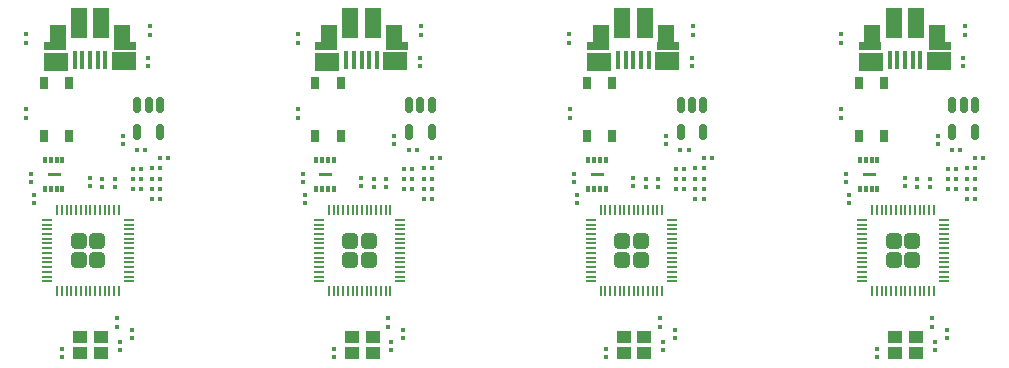
<source format=gbr>
%TF.GenerationSoftware,KiCad,Pcbnew,7.0.6*%
%TF.CreationDate,2023-08-11T19:51:33+07:00*%
%TF.ProjectId,Pico2040-Modular-Rev2-MP,5069636f-3230-4343-902d-4d6f64756c61,rev?*%
%TF.SameCoordinates,Original*%
%TF.FileFunction,Paste,Top*%
%TF.FilePolarity,Positive*%
%FSLAX46Y46*%
G04 Gerber Fmt 4.6, Leading zero omitted, Abs format (unit mm)*
G04 Created by KiCad (PCBNEW 7.0.6) date 2023-08-11 19:51:33*
%MOMM*%
%LPD*%
G01*
G04 APERTURE LIST*
G04 Aperture macros list*
%AMRoundRect*
0 Rectangle with rounded corners*
0 $1 Rounding radius*
0 $2 $3 $4 $5 $6 $7 $8 $9 X,Y pos of 4 corners*
0 Add a 4 corners polygon primitive as box body*
4,1,4,$2,$3,$4,$5,$6,$7,$8,$9,$2,$3,0*
0 Add four circle primitives for the rounded corners*
1,1,$1+$1,$2,$3*
1,1,$1+$1,$4,$5*
1,1,$1+$1,$6,$7*
1,1,$1+$1,$8,$9*
0 Add four rect primitives between the rounded corners*
20,1,$1+$1,$2,$3,$4,$5,0*
20,1,$1+$1,$4,$5,$6,$7,0*
20,1,$1+$1,$6,$7,$8,$9,0*
20,1,$1+$1,$8,$9,$2,$3,0*%
G04 Aperture macros list end*
%ADD10C,0.010000*%
%ADD11RoundRect,0.079500X-0.079500X-0.100500X0.079500X-0.100500X0.079500X0.100500X-0.079500X0.100500X0*%
%ADD12RoundRect,0.079500X0.100500X-0.079500X0.100500X0.079500X-0.100500X0.079500X-0.100500X-0.079500X0*%
%ADD13RoundRect,0.079500X-0.100500X0.079500X-0.100500X-0.079500X0.100500X-0.079500X0.100500X0.079500X0*%
%ADD14RoundRect,0.249999X-0.395001X-0.395001X0.395001X-0.395001X0.395001X0.395001X-0.395001X0.395001X0*%
%ADD15RoundRect,0.050000X-0.387500X-0.050000X0.387500X-0.050000X0.387500X0.050000X-0.387500X0.050000X0*%
%ADD16RoundRect,0.050000X-0.050000X-0.387500X0.050000X-0.387500X0.050000X0.387500X-0.050000X0.387500X0*%
%ADD17R,0.750000X1.000000*%
%ADD18RoundRect,0.014000X0.161000X-0.231000X0.161000X0.231000X-0.161000X0.231000X-0.161000X-0.231000X0*%
%ADD19R,0.400000X1.650000*%
%ADD20R,1.825000X0.700000*%
%ADD21R,2.000000X1.500000*%
%ADD22R,1.350000X2.000000*%
%ADD23R,1.430000X2.500000*%
%ADD24R,1.150000X1.000000*%
%ADD25RoundRect,0.150000X-0.150000X0.512500X-0.150000X-0.512500X0.150000X-0.512500X0.150000X0.512500X0*%
G04 APERTURE END LIST*
%TO.C,U3*%
D10*
X111360000Y-41290000D02*
X110340000Y-41290000D01*
X110340000Y-41170000D01*
X111360000Y-41170000D01*
X111360000Y-41290000D01*
G36*
X111360000Y-41290000D02*
G01*
X110340000Y-41290000D01*
X110340000Y-41170000D01*
X111360000Y-41170000D01*
X111360000Y-41290000D01*
G37*
X180360000Y-41290000D02*
X179340000Y-41290000D01*
X179340000Y-41170000D01*
X180360000Y-41170000D01*
X180360000Y-41290000D01*
G36*
X180360000Y-41290000D02*
G01*
X179340000Y-41290000D01*
X179340000Y-41170000D01*
X180360000Y-41170000D01*
X180360000Y-41290000D01*
G37*
X134360000Y-41290000D02*
X133340000Y-41290000D01*
X133340000Y-41170000D01*
X134360000Y-41170000D01*
X134360000Y-41290000D01*
G36*
X134360000Y-41290000D02*
G01*
X133340000Y-41290000D01*
X133340000Y-41170000D01*
X134360000Y-41170000D01*
X134360000Y-41290000D01*
G37*
X157360000Y-41290000D02*
X156340000Y-41290000D01*
X156340000Y-41170000D01*
X157360000Y-41170000D01*
X157360000Y-41290000D01*
G36*
X157360000Y-41290000D02*
G01*
X156340000Y-41290000D01*
X156340000Y-41170000D01*
X157360000Y-41170000D01*
X157360000Y-41290000D01*
G37*
%TD*%
D11*
%TO.C,C8*%
X142185000Y-40750000D03*
X142875000Y-40750000D03*
%TD*%
D12*
%TO.C,C4*%
X132150000Y-43690000D03*
X132150000Y-43000000D03*
%TD*%
D11*
%TO.C,C8*%
X165185000Y-40750000D03*
X165875000Y-40750000D03*
%TD*%
%TO.C,C8*%
X119185000Y-40750000D03*
X119875000Y-40750000D03*
%TD*%
D13*
%TO.C,R6*%
X108950000Y-41205000D03*
X108950000Y-41895000D03*
%TD*%
D11*
%TO.C,R3*%
X186915000Y-39150000D03*
X187605000Y-39150000D03*
%TD*%
D14*
%TO.C,U1*%
X112962500Y-46900000D03*
X112962500Y-48500000D03*
X114562500Y-46900000D03*
X114562500Y-48500000D03*
D15*
X110325000Y-45100000D03*
X110325000Y-45500000D03*
X110325000Y-45900000D03*
X110325000Y-46300000D03*
X110325000Y-46700000D03*
X110325000Y-47100000D03*
X110325000Y-47500000D03*
X110325000Y-47900000D03*
X110325000Y-48300000D03*
X110325000Y-48700000D03*
X110325000Y-49100000D03*
X110325000Y-49500000D03*
X110325000Y-49900000D03*
X110325000Y-50300000D03*
D16*
X111162500Y-51137500D03*
X111562500Y-51137500D03*
X111962500Y-51137500D03*
X112362500Y-51137500D03*
X112762500Y-51137500D03*
X113162500Y-51137500D03*
X113562500Y-51137500D03*
X113962500Y-51137500D03*
X114362500Y-51137500D03*
X114762500Y-51137500D03*
X115162500Y-51137500D03*
X115562500Y-51137500D03*
X115962500Y-51137500D03*
X116362500Y-51137500D03*
D15*
X117200000Y-50300000D03*
X117200000Y-49900000D03*
X117200000Y-49500000D03*
X117200000Y-49100000D03*
X117200000Y-48700000D03*
X117200000Y-48300000D03*
X117200000Y-47900000D03*
X117200000Y-47500000D03*
X117200000Y-47100000D03*
X117200000Y-46700000D03*
X117200000Y-46300000D03*
X117200000Y-45900000D03*
X117200000Y-45500000D03*
X117200000Y-45100000D03*
D16*
X116362500Y-44262500D03*
X115962500Y-44262500D03*
X115562500Y-44262500D03*
X115162500Y-44262500D03*
X114762500Y-44262500D03*
X114362500Y-44262500D03*
X113962500Y-44262500D03*
X113562500Y-44262500D03*
X113162500Y-44262500D03*
X112762500Y-44262500D03*
X112362500Y-44262500D03*
X111962500Y-44262500D03*
X111562500Y-44262500D03*
X111162500Y-44262500D03*
%TD*%
D17*
%TO.C,S1*%
X181150000Y-38000000D03*
X181150000Y-33500000D03*
X179000000Y-38000000D03*
X179000000Y-33500000D03*
%TD*%
D13*
%TO.C,C14*%
X162450000Y-55405000D03*
X162450000Y-56095000D03*
%TD*%
D12*
%TO.C,C1*%
X136900000Y-42265000D03*
X136900000Y-41575000D03*
%TD*%
D11*
%TO.C,C6*%
X117535000Y-41600000D03*
X118225000Y-41600000D03*
%TD*%
D12*
%TO.C,C15*%
X111600000Y-56690000D03*
X111600000Y-56000000D03*
%TD*%
D14*
%TO.C,U1*%
X181962500Y-46900000D03*
X181962500Y-48500000D03*
X183562500Y-46900000D03*
X183562500Y-48500000D03*
D15*
X179325000Y-45100000D03*
X179325000Y-45500000D03*
X179325000Y-45900000D03*
X179325000Y-46300000D03*
X179325000Y-46700000D03*
X179325000Y-47100000D03*
X179325000Y-47500000D03*
X179325000Y-47900000D03*
X179325000Y-48300000D03*
X179325000Y-48700000D03*
X179325000Y-49100000D03*
X179325000Y-49500000D03*
X179325000Y-49900000D03*
X179325000Y-50300000D03*
D16*
X180162500Y-51137500D03*
X180562500Y-51137500D03*
X180962500Y-51137500D03*
X181362500Y-51137500D03*
X181762500Y-51137500D03*
X182162500Y-51137500D03*
X182562500Y-51137500D03*
X182962500Y-51137500D03*
X183362500Y-51137500D03*
X183762500Y-51137500D03*
X184162500Y-51137500D03*
X184562500Y-51137500D03*
X184962500Y-51137500D03*
X185362500Y-51137500D03*
D15*
X186200000Y-50300000D03*
X186200000Y-49900000D03*
X186200000Y-49500000D03*
X186200000Y-49100000D03*
X186200000Y-48700000D03*
X186200000Y-48300000D03*
X186200000Y-47900000D03*
X186200000Y-47500000D03*
X186200000Y-47100000D03*
X186200000Y-46700000D03*
X186200000Y-46300000D03*
X186200000Y-45900000D03*
X186200000Y-45500000D03*
X186200000Y-45100000D03*
D16*
X185362500Y-44262500D03*
X184962500Y-44262500D03*
X184562500Y-44262500D03*
X184162500Y-44262500D03*
X183762500Y-44262500D03*
X183362500Y-44262500D03*
X182962500Y-44262500D03*
X182562500Y-44262500D03*
X182162500Y-44262500D03*
X181762500Y-44262500D03*
X181362500Y-44262500D03*
X180962500Y-44262500D03*
X180562500Y-44262500D03*
X180162500Y-44262500D03*
%TD*%
D13*
%TO.C,R6*%
X131950000Y-41205000D03*
X131950000Y-41895000D03*
%TD*%
%TO.C,D1*%
X164975000Y-28722500D03*
X164975000Y-29412500D03*
%TD*%
%TO.C,R2*%
X162025000Y-41610000D03*
X162025000Y-42300000D03*
%TD*%
D11*
%TO.C,C6*%
X140535000Y-41600000D03*
X141225000Y-41600000D03*
%TD*%
D18*
%TO.C,U3*%
X110100000Y-42450000D03*
X110600000Y-42450000D03*
X111100000Y-42450000D03*
X111600000Y-42450000D03*
X111600000Y-40010000D03*
X111100000Y-40010000D03*
X110600000Y-40010000D03*
X110100000Y-40010000D03*
%TD*%
D13*
%TO.C,R5*%
X177550000Y-35755000D03*
X177550000Y-36445000D03*
%TD*%
%TO.C,D2*%
X177525000Y-29397500D03*
X177525000Y-30087500D03*
%TD*%
%TO.C,C14*%
X116450000Y-55405000D03*
X116450000Y-56095000D03*
%TD*%
D11*
%TO.C,C10*%
X188185000Y-42450000D03*
X188875000Y-42450000D03*
%TD*%
D18*
%TO.C,U3*%
X179100000Y-42450000D03*
X179600000Y-42450000D03*
X180100000Y-42450000D03*
X180600000Y-42450000D03*
X180600000Y-40010000D03*
X180100000Y-40010000D03*
X179600000Y-40010000D03*
X179100000Y-40010000D03*
%TD*%
D13*
%TO.C,C14*%
X185450000Y-55405000D03*
X185450000Y-56095000D03*
%TD*%
D18*
%TO.C,U3*%
X133100000Y-42450000D03*
X133600000Y-42450000D03*
X134100000Y-42450000D03*
X134600000Y-42450000D03*
X134600000Y-40010000D03*
X134100000Y-40010000D03*
X133600000Y-40010000D03*
X133100000Y-40010000D03*
%TD*%
D11*
%TO.C,C8*%
X188185000Y-40750000D03*
X188875000Y-40750000D03*
%TD*%
%TO.C,C5*%
X163535000Y-40775000D03*
X164225000Y-40775000D03*
%TD*%
D19*
%TO.C,J1*%
X138230000Y-31580000D03*
X137580000Y-31580000D03*
X136930000Y-31580000D03*
X136280000Y-31580000D03*
X135630000Y-31580000D03*
D20*
X139880000Y-30380000D03*
D21*
X139780000Y-31680000D03*
D22*
X139660000Y-29630000D03*
D23*
X137890000Y-28430000D03*
X135970000Y-28430000D03*
D22*
X134180000Y-29630000D03*
D21*
X134030000Y-31700000D03*
D20*
X133930000Y-30380000D03*
%TD*%
D12*
%TO.C,C1*%
X159900000Y-42265000D03*
X159900000Y-41575000D03*
%TD*%
D24*
%TO.C,Y1*%
X159100000Y-56400000D03*
X160850000Y-56400000D03*
X160850000Y-55000000D03*
X159100000Y-55000000D03*
%TD*%
D12*
%TO.C,C12*%
X187875000Y-32075000D03*
X187875000Y-31385000D03*
%TD*%
D11*
%TO.C,C10*%
X142185000Y-42450000D03*
X142875000Y-42450000D03*
%TD*%
D17*
%TO.C,S1*%
X158150000Y-38000000D03*
X158150000Y-33500000D03*
X156000000Y-38000000D03*
X156000000Y-33500000D03*
%TD*%
D12*
%TO.C,R4*%
X116700000Y-38650000D03*
X116700000Y-37960000D03*
%TD*%
D19*
%TO.C,J1*%
X161230000Y-31580000D03*
X160580000Y-31580000D03*
X159930000Y-31580000D03*
X159280000Y-31580000D03*
X158630000Y-31580000D03*
D20*
X162880000Y-30380000D03*
D21*
X162780000Y-31680000D03*
D22*
X162660000Y-29630000D03*
D23*
X160890000Y-28430000D03*
X158970000Y-28430000D03*
D22*
X157180000Y-29630000D03*
D21*
X157030000Y-31700000D03*
D20*
X156930000Y-30380000D03*
%TD*%
D19*
%TO.C,J1*%
X115230000Y-31580000D03*
X114580000Y-31580000D03*
X113930000Y-31580000D03*
X113280000Y-31580000D03*
X112630000Y-31580000D03*
D20*
X116880000Y-30380000D03*
D21*
X116780000Y-31680000D03*
D22*
X116660000Y-29630000D03*
D23*
X114890000Y-28430000D03*
X112970000Y-28430000D03*
D22*
X111180000Y-29630000D03*
D21*
X111030000Y-31700000D03*
D20*
X110930000Y-30380000D03*
%TD*%
D13*
%TO.C,R6*%
X154950000Y-41205000D03*
X154950000Y-41895000D03*
%TD*%
D12*
%TO.C,C1*%
X182900000Y-42265000D03*
X182900000Y-41575000D03*
%TD*%
D11*
%TO.C,C9*%
X142185000Y-41600000D03*
X142875000Y-41600000D03*
%TD*%
D24*
%TO.C,Y1*%
X182100000Y-56400000D03*
X183850000Y-56400000D03*
X183850000Y-55000000D03*
X182100000Y-55000000D03*
%TD*%
D13*
%TO.C,R1*%
X114975000Y-41605000D03*
X114975000Y-42295000D03*
%TD*%
D24*
%TO.C,Y1*%
X113100000Y-56400000D03*
X114850000Y-56400000D03*
X114850000Y-55000000D03*
X113100000Y-55000000D03*
%TD*%
D11*
%TO.C,C13*%
X165885000Y-39850000D03*
X166575000Y-39850000D03*
%TD*%
D13*
%TO.C,R5*%
X131550000Y-35755000D03*
X131550000Y-36445000D03*
%TD*%
D11*
%TO.C,C6*%
X163535000Y-41600000D03*
X164225000Y-41600000D03*
%TD*%
D14*
%TO.C,U1*%
X158962500Y-46900000D03*
X158962500Y-48500000D03*
X160562500Y-46900000D03*
X160562500Y-48500000D03*
D15*
X156325000Y-45100000D03*
X156325000Y-45500000D03*
X156325000Y-45900000D03*
X156325000Y-46300000D03*
X156325000Y-46700000D03*
X156325000Y-47100000D03*
X156325000Y-47500000D03*
X156325000Y-47900000D03*
X156325000Y-48300000D03*
X156325000Y-48700000D03*
X156325000Y-49100000D03*
X156325000Y-49500000D03*
X156325000Y-49900000D03*
X156325000Y-50300000D03*
D16*
X157162500Y-51137500D03*
X157562500Y-51137500D03*
X157962500Y-51137500D03*
X158362500Y-51137500D03*
X158762500Y-51137500D03*
X159162500Y-51137500D03*
X159562500Y-51137500D03*
X159962500Y-51137500D03*
X160362500Y-51137500D03*
X160762500Y-51137500D03*
X161162500Y-51137500D03*
X161562500Y-51137500D03*
X161962500Y-51137500D03*
X162362500Y-51137500D03*
D15*
X163200000Y-50300000D03*
X163200000Y-49900000D03*
X163200000Y-49500000D03*
X163200000Y-49100000D03*
X163200000Y-48700000D03*
X163200000Y-48300000D03*
X163200000Y-47900000D03*
X163200000Y-47500000D03*
X163200000Y-47100000D03*
X163200000Y-46700000D03*
X163200000Y-46300000D03*
X163200000Y-45900000D03*
X163200000Y-45500000D03*
X163200000Y-45100000D03*
D16*
X162362500Y-44262500D03*
X161962500Y-44262500D03*
X161562500Y-44262500D03*
X161162500Y-44262500D03*
X160762500Y-44262500D03*
X160362500Y-44262500D03*
X159962500Y-44262500D03*
X159562500Y-44262500D03*
X159162500Y-44262500D03*
X158762500Y-44262500D03*
X158362500Y-44262500D03*
X157962500Y-44262500D03*
X157562500Y-44262500D03*
X157162500Y-44262500D03*
%TD*%
D12*
%TO.C,C15*%
X180600000Y-56690000D03*
X180600000Y-56000000D03*
%TD*%
D13*
%TO.C,C14*%
X139450000Y-55405000D03*
X139450000Y-56095000D03*
%TD*%
D12*
%TO.C,C12*%
X164875000Y-32075000D03*
X164875000Y-31385000D03*
%TD*%
D13*
%TO.C,R2*%
X116025000Y-41610000D03*
X116025000Y-42300000D03*
%TD*%
%TO.C,D2*%
X131525000Y-29397500D03*
X131525000Y-30087500D03*
%TD*%
D11*
%TO.C,C6*%
X186535000Y-41600000D03*
X187225000Y-41600000D03*
%TD*%
%TO.C,C9*%
X165185000Y-41600000D03*
X165875000Y-41600000D03*
%TD*%
%TO.C,R3*%
X117915000Y-39150000D03*
X118605000Y-39150000D03*
%TD*%
D12*
%TO.C,C12*%
X118875000Y-32075000D03*
X118875000Y-31385000D03*
%TD*%
%TO.C,C15*%
X134600000Y-56690000D03*
X134600000Y-56000000D03*
%TD*%
D11*
%TO.C,C13*%
X119885000Y-39850000D03*
X120575000Y-39850000D03*
%TD*%
%TO.C,C13*%
X188885000Y-39850000D03*
X189575000Y-39850000D03*
%TD*%
%TO.C,R3*%
X163915000Y-39150000D03*
X164605000Y-39150000D03*
%TD*%
D13*
%TO.C,D2*%
X108525000Y-29397500D03*
X108525000Y-30087500D03*
%TD*%
D11*
%TO.C,C7*%
X186535000Y-42450000D03*
X187225000Y-42450000D03*
%TD*%
D25*
%TO.C,U2*%
X188850000Y-35375000D03*
X187900000Y-35375000D03*
X186950000Y-35375000D03*
X186950000Y-37650000D03*
X188850000Y-37650000D03*
%TD*%
D13*
%TO.C,D1*%
X187975000Y-28722500D03*
X187975000Y-29412500D03*
%TD*%
D11*
%TO.C,C5*%
X140535000Y-40775000D03*
X141225000Y-40775000D03*
%TD*%
%TO.C,C7*%
X163535000Y-42450000D03*
X164225000Y-42450000D03*
%TD*%
D12*
%TO.C,R4*%
X162700000Y-38650000D03*
X162700000Y-37960000D03*
%TD*%
D11*
%TO.C,C11*%
X142190000Y-43300000D03*
X142880000Y-43300000D03*
%TD*%
D13*
%TO.C,C2*%
X139200000Y-53450000D03*
X139200000Y-54140000D03*
%TD*%
D11*
%TO.C,C10*%
X119185000Y-42450000D03*
X119875000Y-42450000D03*
%TD*%
D12*
%TO.C,C4*%
X155150000Y-43690000D03*
X155150000Y-43000000D03*
%TD*%
D13*
%TO.C,D1*%
X118975000Y-28722500D03*
X118975000Y-29412500D03*
%TD*%
D12*
%TO.C,C4*%
X178150000Y-43690000D03*
X178150000Y-43000000D03*
%TD*%
D13*
%TO.C,R2*%
X185025000Y-41610000D03*
X185025000Y-42300000D03*
%TD*%
D12*
%TO.C,C4*%
X109150000Y-43690000D03*
X109150000Y-43000000D03*
%TD*%
D11*
%TO.C,C9*%
X119185000Y-41600000D03*
X119875000Y-41600000D03*
%TD*%
D12*
%TO.C,C12*%
X141875000Y-32075000D03*
X141875000Y-31385000D03*
%TD*%
%TO.C,C15*%
X157600000Y-56690000D03*
X157600000Y-56000000D03*
%TD*%
D11*
%TO.C,C11*%
X188190000Y-43300000D03*
X188880000Y-43300000D03*
%TD*%
D25*
%TO.C,U2*%
X165850000Y-35375000D03*
X164900000Y-35375000D03*
X163950000Y-35375000D03*
X163950000Y-37650000D03*
X165850000Y-37650000D03*
%TD*%
D13*
%TO.C,D1*%
X141975000Y-28722500D03*
X141975000Y-29412500D03*
%TD*%
%TO.C,D2*%
X154525000Y-29397500D03*
X154525000Y-30087500D03*
%TD*%
%TO.C,R1*%
X160975000Y-41605000D03*
X160975000Y-42295000D03*
%TD*%
D12*
%TO.C,C1*%
X113900000Y-42265000D03*
X113900000Y-41575000D03*
%TD*%
D13*
%TO.C,R1*%
X137975000Y-41605000D03*
X137975000Y-42295000D03*
%TD*%
%TO.C,R1*%
X183975000Y-41605000D03*
X183975000Y-42295000D03*
%TD*%
D11*
%TO.C,C7*%
X140535000Y-42450000D03*
X141225000Y-42450000D03*
%TD*%
D13*
%TO.C,C3*%
X186450000Y-54450000D03*
X186450000Y-55140000D03*
%TD*%
D17*
%TO.C,S1*%
X135150000Y-38000000D03*
X135150000Y-33500000D03*
X133000000Y-38000000D03*
X133000000Y-33500000D03*
%TD*%
D11*
%TO.C,C9*%
X188185000Y-41600000D03*
X188875000Y-41600000D03*
%TD*%
D12*
%TO.C,R4*%
X185700000Y-38650000D03*
X185700000Y-37960000D03*
%TD*%
D19*
%TO.C,J1*%
X184230000Y-31580000D03*
X183580000Y-31580000D03*
X182930000Y-31580000D03*
X182280000Y-31580000D03*
X181630000Y-31580000D03*
D20*
X185880000Y-30380000D03*
D21*
X185780000Y-31680000D03*
D22*
X185660000Y-29630000D03*
D23*
X183890000Y-28430000D03*
X181970000Y-28430000D03*
D22*
X180180000Y-29630000D03*
D21*
X180030000Y-31700000D03*
D20*
X179930000Y-30380000D03*
%TD*%
D11*
%TO.C,C5*%
X186535000Y-40775000D03*
X187225000Y-40775000D03*
%TD*%
D12*
%TO.C,R4*%
X139700000Y-38650000D03*
X139700000Y-37960000D03*
%TD*%
D11*
%TO.C,C5*%
X117535000Y-40775000D03*
X118225000Y-40775000D03*
%TD*%
D24*
%TO.C,Y1*%
X136100000Y-56400000D03*
X137850000Y-56400000D03*
X137850000Y-55000000D03*
X136100000Y-55000000D03*
%TD*%
D25*
%TO.C,U2*%
X119850000Y-35375000D03*
X118900000Y-35375000D03*
X117950000Y-35375000D03*
X117950000Y-37650000D03*
X119850000Y-37650000D03*
%TD*%
D13*
%TO.C,R5*%
X154550000Y-35755000D03*
X154550000Y-36445000D03*
%TD*%
%TO.C,R2*%
X139025000Y-41610000D03*
X139025000Y-42300000D03*
%TD*%
D11*
%TO.C,C10*%
X165185000Y-42450000D03*
X165875000Y-42450000D03*
%TD*%
%TO.C,R3*%
X140915000Y-39150000D03*
X141605000Y-39150000D03*
%TD*%
D13*
%TO.C,R6*%
X177950000Y-41205000D03*
X177950000Y-41895000D03*
%TD*%
D11*
%TO.C,C11*%
X165190000Y-43300000D03*
X165880000Y-43300000D03*
%TD*%
%TO.C,C13*%
X142885000Y-39850000D03*
X143575000Y-39850000D03*
%TD*%
D13*
%TO.C,C2*%
X116200000Y-53450000D03*
X116200000Y-54140000D03*
%TD*%
%TO.C,C3*%
X117450000Y-54450000D03*
X117450000Y-55140000D03*
%TD*%
%TO.C,R5*%
X108550000Y-35755000D03*
X108550000Y-36445000D03*
%TD*%
D14*
%TO.C,U1*%
X135962500Y-46900000D03*
X135962500Y-48500000D03*
X137562500Y-46900000D03*
X137562500Y-48500000D03*
D15*
X133325000Y-45100000D03*
X133325000Y-45500000D03*
X133325000Y-45900000D03*
X133325000Y-46300000D03*
X133325000Y-46700000D03*
X133325000Y-47100000D03*
X133325000Y-47500000D03*
X133325000Y-47900000D03*
X133325000Y-48300000D03*
X133325000Y-48700000D03*
X133325000Y-49100000D03*
X133325000Y-49500000D03*
X133325000Y-49900000D03*
X133325000Y-50300000D03*
D16*
X134162500Y-51137500D03*
X134562500Y-51137500D03*
X134962500Y-51137500D03*
X135362500Y-51137500D03*
X135762500Y-51137500D03*
X136162500Y-51137500D03*
X136562500Y-51137500D03*
X136962500Y-51137500D03*
X137362500Y-51137500D03*
X137762500Y-51137500D03*
X138162500Y-51137500D03*
X138562500Y-51137500D03*
X138962500Y-51137500D03*
X139362500Y-51137500D03*
D15*
X140200000Y-50300000D03*
X140200000Y-49900000D03*
X140200000Y-49500000D03*
X140200000Y-49100000D03*
X140200000Y-48700000D03*
X140200000Y-48300000D03*
X140200000Y-47900000D03*
X140200000Y-47500000D03*
X140200000Y-47100000D03*
X140200000Y-46700000D03*
X140200000Y-46300000D03*
X140200000Y-45900000D03*
X140200000Y-45500000D03*
X140200000Y-45100000D03*
D16*
X139362500Y-44262500D03*
X138962500Y-44262500D03*
X138562500Y-44262500D03*
X138162500Y-44262500D03*
X137762500Y-44262500D03*
X137362500Y-44262500D03*
X136962500Y-44262500D03*
X136562500Y-44262500D03*
X136162500Y-44262500D03*
X135762500Y-44262500D03*
X135362500Y-44262500D03*
X134962500Y-44262500D03*
X134562500Y-44262500D03*
X134162500Y-44262500D03*
%TD*%
D13*
%TO.C,C2*%
X162200000Y-53450000D03*
X162200000Y-54140000D03*
%TD*%
D17*
%TO.C,S1*%
X112150000Y-38000000D03*
X112150000Y-33500000D03*
X110000000Y-38000000D03*
X110000000Y-33500000D03*
%TD*%
D13*
%TO.C,C3*%
X163450000Y-54450000D03*
X163450000Y-55140000D03*
%TD*%
%TO.C,C3*%
X140450000Y-54450000D03*
X140450000Y-55140000D03*
%TD*%
D25*
%TO.C,U2*%
X142850000Y-35375000D03*
X141900000Y-35375000D03*
X140950000Y-35375000D03*
X140950000Y-37650000D03*
X142850000Y-37650000D03*
%TD*%
D18*
%TO.C,U3*%
X156100000Y-42450000D03*
X156600000Y-42450000D03*
X157100000Y-42450000D03*
X157600000Y-42450000D03*
X157600000Y-40010000D03*
X157100000Y-40010000D03*
X156600000Y-40010000D03*
X156100000Y-40010000D03*
%TD*%
D13*
%TO.C,C2*%
X185200000Y-53450000D03*
X185200000Y-54140000D03*
%TD*%
D11*
%TO.C,C11*%
X119190000Y-43300000D03*
X119880000Y-43300000D03*
%TD*%
%TO.C,C7*%
X117535000Y-42450000D03*
X118225000Y-42450000D03*
%TD*%
M02*

</source>
